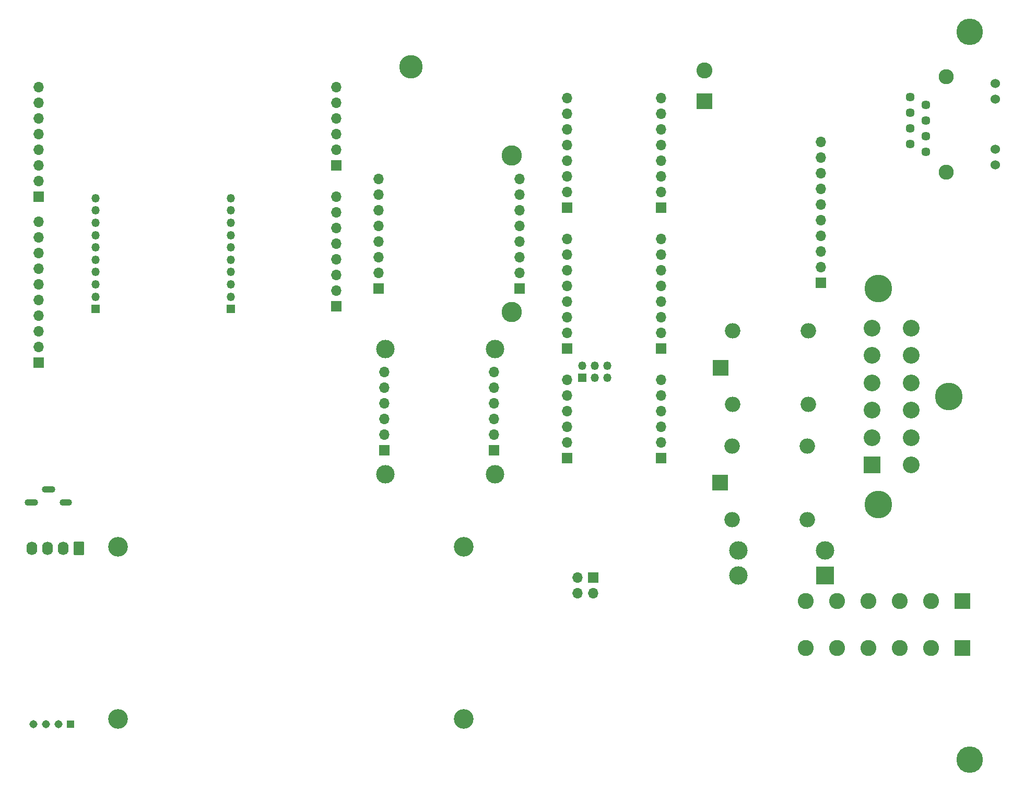
<source format=gbr>
%TF.GenerationSoftware,KiCad,Pcbnew,(6.0.10)*%
%TF.CreationDate,2023-04-23T08:01:19-06:00*%
%TF.ProjectId,AS15,41533135-2e6b-4696-9361-645f70636258,rev?*%
%TF.SameCoordinates,Original*%
%TF.FileFunction,Soldermask,Bot*%
%TF.FilePolarity,Negative*%
%FSLAX46Y46*%
G04 Gerber Fmt 4.6, Leading zero omitted, Abs format (unit mm)*
G04 Created by KiCad (PCBNEW (6.0.10)) date 2023-04-23 08:01:19*
%MOMM*%
%LPD*%
G01*
G04 APERTURE LIST*
G04 Aperture macros list*
%AMRoundRect*
0 Rectangle with rounded corners*
0 $1 Rounding radius*
0 $2 $3 $4 $5 $6 $7 $8 $9 X,Y pos of 4 corners*
0 Add a 4 corners polygon primitive as box body*
4,1,4,$2,$3,$4,$5,$6,$7,$8,$9,$2,$3,0*
0 Add four circle primitives for the rounded corners*
1,1,$1+$1,$2,$3*
1,1,$1+$1,$4,$5*
1,1,$1+$1,$6,$7*
1,1,$1+$1,$8,$9*
0 Add four rect primitives between the rounded corners*
20,1,$1+$1,$2,$3,$4,$5,0*
20,1,$1+$1,$4,$5,$6,$7,0*
20,1,$1+$1,$6,$7,$8,$9,0*
20,1,$1+$1,$8,$9,$2,$3,0*%
G04 Aperture macros list end*
%ADD10R,1.700000X1.700000*%
%ADD11O,1.700000X1.700000*%
%ADD12R,2.600000X2.600000*%
%ADD13C,2.600000*%
%ADD14R,1.350000X1.350000*%
%ADD15O,1.350000X1.350000*%
%ADD16C,0.001000*%
%ADD17C,1.446000*%
%ADD18C,1.530000*%
%ADD19C,2.445000*%
%ADD20R,2.715000X2.715000*%
%ADD21C,2.715000*%
%ADD22C,4.485000*%
%ADD23O,2.500000X2.500000*%
%ADD24R,2.500000X2.500000*%
%ADD25C,4.300000*%
%ADD26O,2.000000X1.100000*%
%ADD27O,2.200000X1.100000*%
%ADD28C,2.999999*%
%ADD29C,3.800000*%
%ADD30RoundRect,0.250000X0.620000X0.845000X-0.620000X0.845000X-0.620000X-0.845000X0.620000X-0.845000X0*%
%ADD31O,1.740000X2.190000*%
%ADD32R,1.308000X1.308000*%
%ADD33C,1.308000*%
%ADD34C,3.302000*%
%ADD35R,3.000000X3.000000*%
%ADD36C,3.000000*%
%ADD37C,3.200000*%
G04 APERTURE END LIST*
D10*
%TO.C,J19*%
X28400000Y-51200000D03*
D11*
X28400000Y-48660000D03*
X28400000Y-46120000D03*
X28400000Y-43580000D03*
X28400000Y-41040000D03*
X28400000Y-38500000D03*
X28400000Y-35960000D03*
X28400000Y-33420000D03*
%TD*%
D10*
%TO.C,J11*%
X114135000Y-52915000D03*
D11*
X114135000Y-50375000D03*
X114135000Y-47835000D03*
X114135000Y-45295000D03*
X114135000Y-42755000D03*
X114135000Y-40215000D03*
X114135000Y-37675000D03*
X114135000Y-35135000D03*
%TD*%
D12*
%TO.C,KF1*%
X178180000Y-116800000D03*
X178180000Y-124420000D03*
D13*
X173100000Y-116800000D03*
X173100000Y-124420000D03*
X168020000Y-124420000D03*
X168020000Y-116800000D03*
X162940000Y-116800000D03*
X162940000Y-124420000D03*
X157860000Y-124420000D03*
X157860000Y-116800000D03*
X152780000Y-124420000D03*
X152780000Y-116800000D03*
%TD*%
D10*
%TO.C,J9*%
X114135000Y-93555000D03*
D11*
X114135000Y-91015000D03*
X114135000Y-88475000D03*
X114135000Y-85935000D03*
X114135000Y-83395000D03*
X114135000Y-80855000D03*
%TD*%
D14*
%TO.C,J25*%
X59600000Y-69400000D03*
D15*
X59600000Y-67400000D03*
X59600000Y-65400000D03*
X59600000Y-63400000D03*
X59600000Y-61400000D03*
X59600000Y-59400000D03*
X59600000Y-57400000D03*
X59600000Y-55400000D03*
X59600000Y-53400000D03*
X59600000Y-51400000D03*
%TD*%
D10*
%TO.C,J6*%
X129375000Y-52915000D03*
D11*
X129375000Y-50375000D03*
X129375000Y-47835000D03*
X129375000Y-45295000D03*
X129375000Y-42755000D03*
X129375000Y-40215000D03*
X129375000Y-37675000D03*
X129375000Y-35135000D03*
%TD*%
D16*
%TO.C,J8*%
X178600000Y-33689500D03*
X178600000Y-45119500D03*
D17*
X172250000Y-43849500D03*
X169710000Y-42579500D03*
X172250000Y-41309500D03*
X169710000Y-40039500D03*
X172250000Y-38769500D03*
X169710000Y-37499500D03*
X172250000Y-36229500D03*
X169710000Y-34959500D03*
D18*
X183500000Y-46029500D03*
X183500000Y-43489500D03*
X183500000Y-35319500D03*
X183500000Y-32779500D03*
D19*
X175550000Y-47149500D03*
X175550000Y-31659500D03*
%TD*%
D20*
%TO.C,J7*%
X163500000Y-94720000D03*
D21*
X163500000Y-90275000D03*
X163500000Y-85830000D03*
X163500000Y-81380000D03*
X163500000Y-76935000D03*
X163500000Y-72490000D03*
X169850000Y-72490000D03*
X169850000Y-76935000D03*
X169850000Y-81380000D03*
X169850000Y-85830000D03*
X169850000Y-90275000D03*
X169850000Y-94720000D03*
D22*
X164520000Y-101145000D03*
X175950000Y-83605000D03*
X164520000Y-66065000D03*
%TD*%
D10*
%TO.C,J16*%
X76660000Y-68980000D03*
D11*
X76660000Y-66440000D03*
X76660000Y-63900000D03*
X76660000Y-61360000D03*
X76660000Y-58820000D03*
X76660000Y-56280000D03*
X76660000Y-53740000D03*
X76660000Y-51200000D03*
%TD*%
D23*
%TO.C,K2*%
X140872500Y-103600000D03*
X140872500Y-91600000D03*
D24*
X138872500Y-97600000D03*
D23*
X153072500Y-91600000D03*
X153072500Y-103600000D03*
%TD*%
D10*
%TO.C,J18*%
X28400000Y-78120000D03*
D11*
X28400000Y-75580000D03*
X28400000Y-73040000D03*
X28400000Y-70500000D03*
X28400000Y-67960000D03*
X28400000Y-65420000D03*
X28400000Y-62880000D03*
X28400000Y-60340000D03*
X28400000Y-57800000D03*
X28400000Y-55260000D03*
%TD*%
D14*
%TO.C,J3*%
X116573400Y-80585000D03*
D15*
X116573400Y-78585000D03*
X118573400Y-80585000D03*
X118573400Y-78585000D03*
X120573400Y-80585000D03*
X120573400Y-78585000D03*
%TD*%
D25*
%TO.C, *%
X179410000Y-142560000D03*
%TD*%
D10*
%TO.C,J4*%
X129375000Y-93555000D03*
D11*
X129375000Y-91015000D03*
X129375000Y-88475000D03*
X129375000Y-85935000D03*
X129375000Y-83395000D03*
X129375000Y-80855000D03*
%TD*%
D23*
%TO.C,K1*%
X140972500Y-84900000D03*
X140972500Y-72900000D03*
D24*
X138972500Y-78900000D03*
D23*
X153172500Y-72900000D03*
X153172500Y-84900000D03*
%TD*%
D26*
%TO.C,J24*%
X32800000Y-100800000D03*
D27*
X27200000Y-100800000D03*
X30000000Y-98650000D03*
%TD*%
D28*
%TO.C,REF\u002A\u002A*%
X102405000Y-75915000D03*
X84625000Y-75915000D03*
X84625000Y-96235000D03*
X102405000Y-96235000D03*
%TD*%
D10*
%TO.C,J20*%
X106375000Y-66075000D03*
D11*
X106375000Y-63535000D03*
X106375000Y-60995000D03*
X106375000Y-58455000D03*
X106375000Y-55915000D03*
X106375000Y-53375000D03*
X106375000Y-50835000D03*
X106375000Y-48295000D03*
%TD*%
D10*
%TO.C,J2*%
X84420000Y-92300000D03*
D11*
X84420000Y-89760000D03*
X84420000Y-87220000D03*
X84420000Y-84680000D03*
X84420000Y-82140000D03*
X84420000Y-79600000D03*
%TD*%
D14*
%TO.C,J26*%
X37600000Y-69400000D03*
D15*
X37600000Y-67400000D03*
X37600000Y-65400000D03*
X37600000Y-63400000D03*
X37600000Y-61400000D03*
X37600000Y-59400000D03*
X37600000Y-57400000D03*
X37600000Y-55400000D03*
X37600000Y-53400000D03*
X37600000Y-51400000D03*
%TD*%
D25*
%TO.C, *%
X179410000Y-24440000D03*
%TD*%
D12*
%TO.C,J22*%
X136400000Y-35700000D03*
D13*
X136400000Y-30700000D03*
%TD*%
D29*
%TO.C,H1*%
X88800000Y-30100000D03*
%TD*%
D30*
%TO.C,J12*%
X34900000Y-108200000D03*
D31*
X32360000Y-108200000D03*
X29820000Y-108200000D03*
X27280000Y-108200000D03*
%TD*%
D10*
%TO.C,J17*%
X76660000Y-46120000D03*
D11*
X76660000Y-43580000D03*
X76660000Y-41040000D03*
X76660000Y-38500000D03*
X76660000Y-35960000D03*
X76660000Y-33420000D03*
%TD*%
D10*
%TO.C,J21*%
X83515000Y-66075000D03*
D11*
X83515000Y-63535000D03*
X83515000Y-60995000D03*
X83515000Y-58455000D03*
X83515000Y-55915000D03*
X83515000Y-53375000D03*
X83515000Y-50835000D03*
X83515000Y-48295000D03*
%TD*%
D10*
%TO.C,J23*%
X118300000Y-113000000D03*
D11*
X115760000Y-113000000D03*
X118300000Y-115540000D03*
X115760000Y-115540000D03*
%TD*%
D32*
%TO.C,J14*%
X33600000Y-136800000D03*
D33*
X31600000Y-136800000D03*
X29600000Y-136800000D03*
X27600000Y-136800000D03*
%TD*%
D34*
%TO.C,REF\u002A\u002A*%
X105160000Y-44490000D03*
X105160000Y-69890000D03*
%TD*%
D10*
%TO.C,J5*%
X129375000Y-75775000D03*
D11*
X129375000Y-73235000D03*
X129375000Y-70695000D03*
X129375000Y-68155000D03*
X129375000Y-65615000D03*
X129375000Y-63075000D03*
X129375000Y-60535000D03*
X129375000Y-57995000D03*
%TD*%
D35*
%TO.C,F1*%
X155905000Y-112605000D03*
D36*
X155905000Y-108605000D03*
X141905000Y-112605000D03*
X141905000Y-108605000D03*
%TD*%
D37*
%TO.C,REF\u002A\u002A*%
X41301500Y-107938500D03*
X41301500Y-135938500D03*
X97301500Y-107938500D03*
X97301500Y-135938500D03*
%TD*%
D10*
%TO.C,J10*%
X114135000Y-75775000D03*
D11*
X114135000Y-73235000D03*
X114135000Y-70695000D03*
X114135000Y-68155000D03*
X114135000Y-65615000D03*
X114135000Y-63075000D03*
X114135000Y-60535000D03*
X114135000Y-57995000D03*
%TD*%
D10*
%TO.C,J1*%
X102200000Y-92300000D03*
D11*
X102200000Y-89760000D03*
X102200000Y-87220000D03*
X102200000Y-84680000D03*
X102200000Y-82140000D03*
X102200000Y-79600000D03*
%TD*%
D10*
%TO.C,J15*%
X155200000Y-65100000D03*
D11*
X155200000Y-62560000D03*
X155200000Y-60020000D03*
X155200000Y-57480000D03*
X155200000Y-54940000D03*
X155200000Y-52400000D03*
X155200000Y-49860000D03*
X155200000Y-47320000D03*
X155200000Y-44780000D03*
X155200000Y-42240000D03*
%TD*%
M02*

</source>
